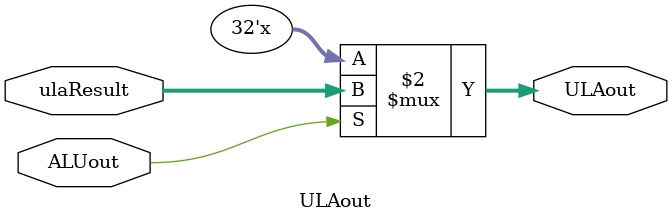
<source format=v>
module ULAout(ALUout, ulaResult, ULAout);

	input ALUout; 
	input [31:0]  ulaResult; 
	output reg[31:0] ULAout;

always @(*)
case(ALUout)
	1'd1:ULAout <= ulaResult;
endcase

endmodule

</source>
